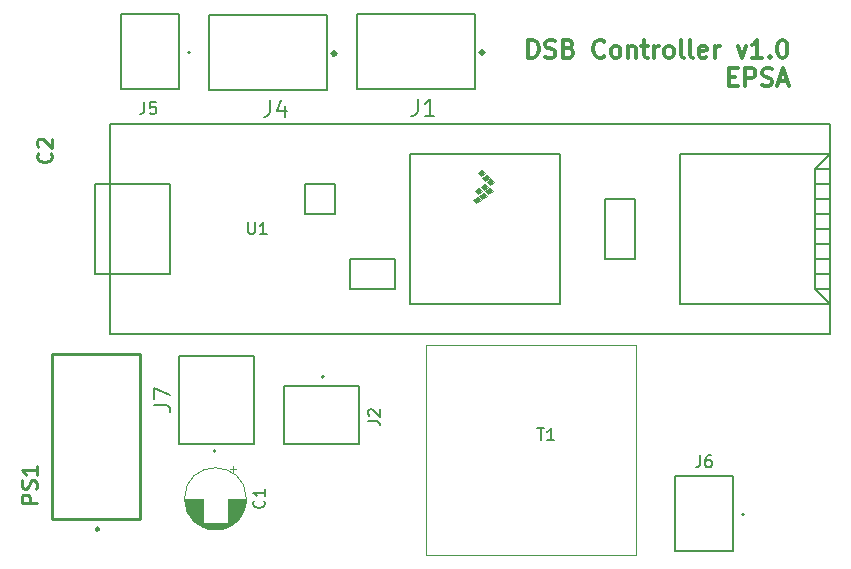
<source format=gbr>
%TF.GenerationSoftware,KiCad,Pcbnew,8.0.2*%
%TF.CreationDate,2024-06-16T16:36:44+02:00*%
%TF.ProjectId,Screen Control,53637265-656e-4204-936f-6e74726f6c2e,rev?*%
%TF.SameCoordinates,Original*%
%TF.FileFunction,Legend,Top*%
%TF.FilePolarity,Positive*%
%FSLAX46Y46*%
G04 Gerber Fmt 4.6, Leading zero omitted, Abs format (unit mm)*
G04 Created by KiCad (PCBNEW 8.0.2) date 2024-06-16 16:36:44*
%MOMM*%
%LPD*%
G01*
G04 APERTURE LIST*
%ADD10C,0.300000*%
%ADD11C,0.150000*%
%ADD12C,0.254000*%
%ADD13C,0.127000*%
%ADD14C,0.200000*%
%ADD15C,0.120000*%
%ADD16C,0.100000*%
G04 APERTURE END LIST*
D10*
X156048748Y-62079712D02*
X156048748Y-60579712D01*
X156048748Y-60579712D02*
X156405891Y-60579712D01*
X156405891Y-60579712D02*
X156620177Y-60651141D01*
X156620177Y-60651141D02*
X156763034Y-60793998D01*
X156763034Y-60793998D02*
X156834463Y-60936855D01*
X156834463Y-60936855D02*
X156905891Y-61222569D01*
X156905891Y-61222569D02*
X156905891Y-61436855D01*
X156905891Y-61436855D02*
X156834463Y-61722569D01*
X156834463Y-61722569D02*
X156763034Y-61865426D01*
X156763034Y-61865426D02*
X156620177Y-62008284D01*
X156620177Y-62008284D02*
X156405891Y-62079712D01*
X156405891Y-62079712D02*
X156048748Y-62079712D01*
X157477320Y-62008284D02*
X157691606Y-62079712D01*
X157691606Y-62079712D02*
X158048748Y-62079712D01*
X158048748Y-62079712D02*
X158191606Y-62008284D01*
X158191606Y-62008284D02*
X158263034Y-61936855D01*
X158263034Y-61936855D02*
X158334463Y-61793998D01*
X158334463Y-61793998D02*
X158334463Y-61651141D01*
X158334463Y-61651141D02*
X158263034Y-61508284D01*
X158263034Y-61508284D02*
X158191606Y-61436855D01*
X158191606Y-61436855D02*
X158048748Y-61365426D01*
X158048748Y-61365426D02*
X157763034Y-61293998D01*
X157763034Y-61293998D02*
X157620177Y-61222569D01*
X157620177Y-61222569D02*
X157548748Y-61151141D01*
X157548748Y-61151141D02*
X157477320Y-61008284D01*
X157477320Y-61008284D02*
X157477320Y-60865426D01*
X157477320Y-60865426D02*
X157548748Y-60722569D01*
X157548748Y-60722569D02*
X157620177Y-60651141D01*
X157620177Y-60651141D02*
X157763034Y-60579712D01*
X157763034Y-60579712D02*
X158120177Y-60579712D01*
X158120177Y-60579712D02*
X158334463Y-60651141D01*
X159477319Y-61293998D02*
X159691605Y-61365426D01*
X159691605Y-61365426D02*
X159763034Y-61436855D01*
X159763034Y-61436855D02*
X159834462Y-61579712D01*
X159834462Y-61579712D02*
X159834462Y-61793998D01*
X159834462Y-61793998D02*
X159763034Y-61936855D01*
X159763034Y-61936855D02*
X159691605Y-62008284D01*
X159691605Y-62008284D02*
X159548748Y-62079712D01*
X159548748Y-62079712D02*
X158977319Y-62079712D01*
X158977319Y-62079712D02*
X158977319Y-60579712D01*
X158977319Y-60579712D02*
X159477319Y-60579712D01*
X159477319Y-60579712D02*
X159620177Y-60651141D01*
X159620177Y-60651141D02*
X159691605Y-60722569D01*
X159691605Y-60722569D02*
X159763034Y-60865426D01*
X159763034Y-60865426D02*
X159763034Y-61008284D01*
X159763034Y-61008284D02*
X159691605Y-61151141D01*
X159691605Y-61151141D02*
X159620177Y-61222569D01*
X159620177Y-61222569D02*
X159477319Y-61293998D01*
X159477319Y-61293998D02*
X158977319Y-61293998D01*
X162477319Y-61936855D02*
X162405891Y-62008284D01*
X162405891Y-62008284D02*
X162191605Y-62079712D01*
X162191605Y-62079712D02*
X162048748Y-62079712D01*
X162048748Y-62079712D02*
X161834462Y-62008284D01*
X161834462Y-62008284D02*
X161691605Y-61865426D01*
X161691605Y-61865426D02*
X161620176Y-61722569D01*
X161620176Y-61722569D02*
X161548748Y-61436855D01*
X161548748Y-61436855D02*
X161548748Y-61222569D01*
X161548748Y-61222569D02*
X161620176Y-60936855D01*
X161620176Y-60936855D02*
X161691605Y-60793998D01*
X161691605Y-60793998D02*
X161834462Y-60651141D01*
X161834462Y-60651141D02*
X162048748Y-60579712D01*
X162048748Y-60579712D02*
X162191605Y-60579712D01*
X162191605Y-60579712D02*
X162405891Y-60651141D01*
X162405891Y-60651141D02*
X162477319Y-60722569D01*
X163334462Y-62079712D02*
X163191605Y-62008284D01*
X163191605Y-62008284D02*
X163120176Y-61936855D01*
X163120176Y-61936855D02*
X163048748Y-61793998D01*
X163048748Y-61793998D02*
X163048748Y-61365426D01*
X163048748Y-61365426D02*
X163120176Y-61222569D01*
X163120176Y-61222569D02*
X163191605Y-61151141D01*
X163191605Y-61151141D02*
X163334462Y-61079712D01*
X163334462Y-61079712D02*
X163548748Y-61079712D01*
X163548748Y-61079712D02*
X163691605Y-61151141D01*
X163691605Y-61151141D02*
X163763034Y-61222569D01*
X163763034Y-61222569D02*
X163834462Y-61365426D01*
X163834462Y-61365426D02*
X163834462Y-61793998D01*
X163834462Y-61793998D02*
X163763034Y-61936855D01*
X163763034Y-61936855D02*
X163691605Y-62008284D01*
X163691605Y-62008284D02*
X163548748Y-62079712D01*
X163548748Y-62079712D02*
X163334462Y-62079712D01*
X164477319Y-61079712D02*
X164477319Y-62079712D01*
X164477319Y-61222569D02*
X164548748Y-61151141D01*
X164548748Y-61151141D02*
X164691605Y-61079712D01*
X164691605Y-61079712D02*
X164905891Y-61079712D01*
X164905891Y-61079712D02*
X165048748Y-61151141D01*
X165048748Y-61151141D02*
X165120177Y-61293998D01*
X165120177Y-61293998D02*
X165120177Y-62079712D01*
X165620177Y-61079712D02*
X166191605Y-61079712D01*
X165834462Y-60579712D02*
X165834462Y-61865426D01*
X165834462Y-61865426D02*
X165905891Y-62008284D01*
X165905891Y-62008284D02*
X166048748Y-62079712D01*
X166048748Y-62079712D02*
X166191605Y-62079712D01*
X166691605Y-62079712D02*
X166691605Y-61079712D01*
X166691605Y-61365426D02*
X166763034Y-61222569D01*
X166763034Y-61222569D02*
X166834463Y-61151141D01*
X166834463Y-61151141D02*
X166977320Y-61079712D01*
X166977320Y-61079712D02*
X167120177Y-61079712D01*
X167834462Y-62079712D02*
X167691605Y-62008284D01*
X167691605Y-62008284D02*
X167620176Y-61936855D01*
X167620176Y-61936855D02*
X167548748Y-61793998D01*
X167548748Y-61793998D02*
X167548748Y-61365426D01*
X167548748Y-61365426D02*
X167620176Y-61222569D01*
X167620176Y-61222569D02*
X167691605Y-61151141D01*
X167691605Y-61151141D02*
X167834462Y-61079712D01*
X167834462Y-61079712D02*
X168048748Y-61079712D01*
X168048748Y-61079712D02*
X168191605Y-61151141D01*
X168191605Y-61151141D02*
X168263034Y-61222569D01*
X168263034Y-61222569D02*
X168334462Y-61365426D01*
X168334462Y-61365426D02*
X168334462Y-61793998D01*
X168334462Y-61793998D02*
X168263034Y-61936855D01*
X168263034Y-61936855D02*
X168191605Y-62008284D01*
X168191605Y-62008284D02*
X168048748Y-62079712D01*
X168048748Y-62079712D02*
X167834462Y-62079712D01*
X169191605Y-62079712D02*
X169048748Y-62008284D01*
X169048748Y-62008284D02*
X168977319Y-61865426D01*
X168977319Y-61865426D02*
X168977319Y-60579712D01*
X169977319Y-62079712D02*
X169834462Y-62008284D01*
X169834462Y-62008284D02*
X169763033Y-61865426D01*
X169763033Y-61865426D02*
X169763033Y-60579712D01*
X171120176Y-62008284D02*
X170977319Y-62079712D01*
X170977319Y-62079712D02*
X170691605Y-62079712D01*
X170691605Y-62079712D02*
X170548747Y-62008284D01*
X170548747Y-62008284D02*
X170477319Y-61865426D01*
X170477319Y-61865426D02*
X170477319Y-61293998D01*
X170477319Y-61293998D02*
X170548747Y-61151141D01*
X170548747Y-61151141D02*
X170691605Y-61079712D01*
X170691605Y-61079712D02*
X170977319Y-61079712D01*
X170977319Y-61079712D02*
X171120176Y-61151141D01*
X171120176Y-61151141D02*
X171191605Y-61293998D01*
X171191605Y-61293998D02*
X171191605Y-61436855D01*
X171191605Y-61436855D02*
X170477319Y-61579712D01*
X171834461Y-62079712D02*
X171834461Y-61079712D01*
X171834461Y-61365426D02*
X171905890Y-61222569D01*
X171905890Y-61222569D02*
X171977319Y-61151141D01*
X171977319Y-61151141D02*
X172120176Y-61079712D01*
X172120176Y-61079712D02*
X172263033Y-61079712D01*
X173763032Y-61079712D02*
X174120175Y-62079712D01*
X174120175Y-62079712D02*
X174477318Y-61079712D01*
X175834461Y-62079712D02*
X174977318Y-62079712D01*
X175405889Y-62079712D02*
X175405889Y-60579712D01*
X175405889Y-60579712D02*
X175263032Y-60793998D01*
X175263032Y-60793998D02*
X175120175Y-60936855D01*
X175120175Y-60936855D02*
X174977318Y-61008284D01*
X176477317Y-61936855D02*
X176548746Y-62008284D01*
X176548746Y-62008284D02*
X176477317Y-62079712D01*
X176477317Y-62079712D02*
X176405889Y-62008284D01*
X176405889Y-62008284D02*
X176477317Y-61936855D01*
X176477317Y-61936855D02*
X176477317Y-62079712D01*
X177477318Y-60579712D02*
X177620175Y-60579712D01*
X177620175Y-60579712D02*
X177763032Y-60651141D01*
X177763032Y-60651141D02*
X177834461Y-60722569D01*
X177834461Y-60722569D02*
X177905889Y-60865426D01*
X177905889Y-60865426D02*
X177977318Y-61151141D01*
X177977318Y-61151141D02*
X177977318Y-61508284D01*
X177977318Y-61508284D02*
X177905889Y-61793998D01*
X177905889Y-61793998D02*
X177834461Y-61936855D01*
X177834461Y-61936855D02*
X177763032Y-62008284D01*
X177763032Y-62008284D02*
X177620175Y-62079712D01*
X177620175Y-62079712D02*
X177477318Y-62079712D01*
X177477318Y-62079712D02*
X177334461Y-62008284D01*
X177334461Y-62008284D02*
X177263032Y-61936855D01*
X177263032Y-61936855D02*
X177191603Y-61793998D01*
X177191603Y-61793998D02*
X177120175Y-61508284D01*
X177120175Y-61508284D02*
X177120175Y-61151141D01*
X177120175Y-61151141D02*
X177191603Y-60865426D01*
X177191603Y-60865426D02*
X177263032Y-60722569D01*
X177263032Y-60722569D02*
X177334461Y-60651141D01*
X177334461Y-60651141D02*
X177477318Y-60579712D01*
X173048746Y-63708914D02*
X173548746Y-63708914D01*
X173763032Y-64494628D02*
X173048746Y-64494628D01*
X173048746Y-64494628D02*
X173048746Y-62994628D01*
X173048746Y-62994628D02*
X173763032Y-62994628D01*
X174405889Y-64494628D02*
X174405889Y-62994628D01*
X174405889Y-62994628D02*
X174977318Y-62994628D01*
X174977318Y-62994628D02*
X175120175Y-63066057D01*
X175120175Y-63066057D02*
X175191604Y-63137485D01*
X175191604Y-63137485D02*
X175263032Y-63280342D01*
X175263032Y-63280342D02*
X175263032Y-63494628D01*
X175263032Y-63494628D02*
X175191604Y-63637485D01*
X175191604Y-63637485D02*
X175120175Y-63708914D01*
X175120175Y-63708914D02*
X174977318Y-63780342D01*
X174977318Y-63780342D02*
X174405889Y-63780342D01*
X175834461Y-64423200D02*
X176048747Y-64494628D01*
X176048747Y-64494628D02*
X176405889Y-64494628D01*
X176405889Y-64494628D02*
X176548747Y-64423200D01*
X176548747Y-64423200D02*
X176620175Y-64351771D01*
X176620175Y-64351771D02*
X176691604Y-64208914D01*
X176691604Y-64208914D02*
X176691604Y-64066057D01*
X176691604Y-64066057D02*
X176620175Y-63923200D01*
X176620175Y-63923200D02*
X176548747Y-63851771D01*
X176548747Y-63851771D02*
X176405889Y-63780342D01*
X176405889Y-63780342D02*
X176120175Y-63708914D01*
X176120175Y-63708914D02*
X175977318Y-63637485D01*
X175977318Y-63637485D02*
X175905889Y-63566057D01*
X175905889Y-63566057D02*
X175834461Y-63423200D01*
X175834461Y-63423200D02*
X175834461Y-63280342D01*
X175834461Y-63280342D02*
X175905889Y-63137485D01*
X175905889Y-63137485D02*
X175977318Y-63066057D01*
X175977318Y-63066057D02*
X176120175Y-62994628D01*
X176120175Y-62994628D02*
X176477318Y-62994628D01*
X176477318Y-62994628D02*
X176691604Y-63066057D01*
X177263032Y-64066057D02*
X177977318Y-64066057D01*
X177120175Y-64494628D02*
X177620175Y-62994628D01*
X177620175Y-62994628D02*
X178120175Y-64494628D01*
D11*
X124341666Y-91506066D02*
X125341666Y-91506066D01*
X125341666Y-91506066D02*
X125541666Y-91572733D01*
X125541666Y-91572733D02*
X125675000Y-91706066D01*
X125675000Y-91706066D02*
X125741666Y-91906066D01*
X125741666Y-91906066D02*
X125741666Y-92039400D01*
X124341666Y-90972733D02*
X124341666Y-90039399D01*
X124341666Y-90039399D02*
X125741666Y-90639399D01*
X142473019Y-92842733D02*
X143187304Y-92842733D01*
X143187304Y-92842733D02*
X143330161Y-92890352D01*
X143330161Y-92890352D02*
X143425400Y-92985590D01*
X143425400Y-92985590D02*
X143473019Y-93128447D01*
X143473019Y-93128447D02*
X143473019Y-93223685D01*
X142568257Y-92414161D02*
X142520638Y-92366542D01*
X142520638Y-92366542D02*
X142473019Y-92271304D01*
X142473019Y-92271304D02*
X142473019Y-92033209D01*
X142473019Y-92033209D02*
X142520638Y-91937971D01*
X142520638Y-91937971D02*
X142568257Y-91890352D01*
X142568257Y-91890352D02*
X142663495Y-91842733D01*
X142663495Y-91842733D02*
X142758733Y-91842733D01*
X142758733Y-91842733D02*
X142901590Y-91890352D01*
X142901590Y-91890352D02*
X143473019Y-92461780D01*
X143473019Y-92461780D02*
X143473019Y-91842733D01*
X134153447Y-65689105D02*
X134153447Y-66689825D01*
X134153447Y-66689825D02*
X134086732Y-66889969D01*
X134086732Y-66889969D02*
X133953303Y-67023399D01*
X133953303Y-67023399D02*
X133753159Y-67090113D01*
X133753159Y-67090113D02*
X133619730Y-67090113D01*
X135421026Y-66156108D02*
X135421026Y-67090113D01*
X135087453Y-65622391D02*
X134753879Y-66623111D01*
X134753879Y-66623111D02*
X135621170Y-66623111D01*
D12*
X114420918Y-99796523D02*
X113150918Y-99796523D01*
X113150918Y-99796523D02*
X113150918Y-99312713D01*
X113150918Y-99312713D02*
X113211394Y-99191761D01*
X113211394Y-99191761D02*
X113271870Y-99131284D01*
X113271870Y-99131284D02*
X113392822Y-99070808D01*
X113392822Y-99070808D02*
X113574251Y-99070808D01*
X113574251Y-99070808D02*
X113695203Y-99131284D01*
X113695203Y-99131284D02*
X113755680Y-99191761D01*
X113755680Y-99191761D02*
X113816156Y-99312713D01*
X113816156Y-99312713D02*
X113816156Y-99796523D01*
X114360442Y-98586999D02*
X114420918Y-98405570D01*
X114420918Y-98405570D02*
X114420918Y-98103189D01*
X114420918Y-98103189D02*
X114360442Y-97982237D01*
X114360442Y-97982237D02*
X114299965Y-97921761D01*
X114299965Y-97921761D02*
X114179013Y-97861284D01*
X114179013Y-97861284D02*
X114058061Y-97861284D01*
X114058061Y-97861284D02*
X113937108Y-97921761D01*
X113937108Y-97921761D02*
X113876632Y-97982237D01*
X113876632Y-97982237D02*
X113816156Y-98103189D01*
X113816156Y-98103189D02*
X113755680Y-98345094D01*
X113755680Y-98345094D02*
X113695203Y-98466046D01*
X113695203Y-98466046D02*
X113634727Y-98526523D01*
X113634727Y-98526523D02*
X113513775Y-98586999D01*
X113513775Y-98586999D02*
X113392822Y-98586999D01*
X113392822Y-98586999D02*
X113271870Y-98526523D01*
X113271870Y-98526523D02*
X113211394Y-98466046D01*
X113211394Y-98466046D02*
X113150918Y-98345094D01*
X113150918Y-98345094D02*
X113150918Y-98042713D01*
X113150918Y-98042713D02*
X113211394Y-97861284D01*
X114420918Y-96651760D02*
X114420918Y-97377475D01*
X114420918Y-97014618D02*
X113150918Y-97014618D01*
X113150918Y-97014618D02*
X113332346Y-97135570D01*
X113332346Y-97135570D02*
X113453299Y-97256522D01*
X113453299Y-97256522D02*
X113513775Y-97377475D01*
D11*
X133649580Y-99591666D02*
X133697200Y-99639285D01*
X133697200Y-99639285D02*
X133744819Y-99782142D01*
X133744819Y-99782142D02*
X133744819Y-99877380D01*
X133744819Y-99877380D02*
X133697200Y-100020237D01*
X133697200Y-100020237D02*
X133601961Y-100115475D01*
X133601961Y-100115475D02*
X133506723Y-100163094D01*
X133506723Y-100163094D02*
X133316247Y-100210713D01*
X133316247Y-100210713D02*
X133173390Y-100210713D01*
X133173390Y-100210713D02*
X132982914Y-100163094D01*
X132982914Y-100163094D02*
X132887676Y-100115475D01*
X132887676Y-100115475D02*
X132792438Y-100020237D01*
X132792438Y-100020237D02*
X132744819Y-99877380D01*
X132744819Y-99877380D02*
X132744819Y-99782142D01*
X132744819Y-99782142D02*
X132792438Y-99639285D01*
X132792438Y-99639285D02*
X132840057Y-99591666D01*
X133744819Y-98639285D02*
X133744819Y-99210713D01*
X133744819Y-98924999D02*
X132744819Y-98924999D01*
X132744819Y-98924999D02*
X132887676Y-99020237D01*
X132887676Y-99020237D02*
X132982914Y-99115475D01*
X132982914Y-99115475D02*
X133030533Y-99210713D01*
D12*
X115591565Y-70145066D02*
X115652042Y-70205542D01*
X115652042Y-70205542D02*
X115712518Y-70386971D01*
X115712518Y-70386971D02*
X115712518Y-70507923D01*
X115712518Y-70507923D02*
X115652042Y-70689352D01*
X115652042Y-70689352D02*
X115531089Y-70810304D01*
X115531089Y-70810304D02*
X115410137Y-70870781D01*
X115410137Y-70870781D02*
X115168232Y-70931257D01*
X115168232Y-70931257D02*
X114986803Y-70931257D01*
X114986803Y-70931257D02*
X114744899Y-70870781D01*
X114744899Y-70870781D02*
X114623946Y-70810304D01*
X114623946Y-70810304D02*
X114502994Y-70689352D01*
X114502994Y-70689352D02*
X114442518Y-70507923D01*
X114442518Y-70507923D02*
X114442518Y-70386971D01*
X114442518Y-70386971D02*
X114502994Y-70205542D01*
X114502994Y-70205542D02*
X114563470Y-70145066D01*
X114563470Y-69661257D02*
X114502994Y-69600781D01*
X114502994Y-69600781D02*
X114442518Y-69479828D01*
X114442518Y-69479828D02*
X114442518Y-69177447D01*
X114442518Y-69177447D02*
X114502994Y-69056495D01*
X114502994Y-69056495D02*
X114563470Y-68996019D01*
X114563470Y-68996019D02*
X114684422Y-68935542D01*
X114684422Y-68935542D02*
X114805375Y-68935542D01*
X114805375Y-68935542D02*
X114986803Y-68996019D01*
X114986803Y-68996019D02*
X115712518Y-69721733D01*
X115712518Y-69721733D02*
X115712518Y-68935542D01*
D11*
X146675647Y-65587505D02*
X146675647Y-66588225D01*
X146675647Y-66588225D02*
X146608932Y-66788369D01*
X146608932Y-66788369D02*
X146475503Y-66921799D01*
X146475503Y-66921799D02*
X146275359Y-66988513D01*
X146275359Y-66988513D02*
X146141930Y-66988513D01*
X148076655Y-66988513D02*
X147276079Y-66988513D01*
X147676367Y-66988513D02*
X147676367Y-65587505D01*
X147676367Y-65587505D02*
X147542938Y-65787649D01*
X147542938Y-65787649D02*
X147409509Y-65921079D01*
X147409509Y-65921079D02*
X147276079Y-65987793D01*
X123539866Y-65850419D02*
X123539866Y-66564704D01*
X123539866Y-66564704D02*
X123492247Y-66707561D01*
X123492247Y-66707561D02*
X123397009Y-66802800D01*
X123397009Y-66802800D02*
X123254152Y-66850419D01*
X123254152Y-66850419D02*
X123158914Y-66850419D01*
X124492247Y-65850419D02*
X124016057Y-65850419D01*
X124016057Y-65850419D02*
X123968438Y-66326609D01*
X123968438Y-66326609D02*
X124016057Y-66278990D01*
X124016057Y-66278990D02*
X124111295Y-66231371D01*
X124111295Y-66231371D02*
X124349390Y-66231371D01*
X124349390Y-66231371D02*
X124444628Y-66278990D01*
X124444628Y-66278990D02*
X124492247Y-66326609D01*
X124492247Y-66326609D02*
X124539866Y-66421847D01*
X124539866Y-66421847D02*
X124539866Y-66659942D01*
X124539866Y-66659942D02*
X124492247Y-66755180D01*
X124492247Y-66755180D02*
X124444628Y-66802800D01*
X124444628Y-66802800D02*
X124349390Y-66850419D01*
X124349390Y-66850419D02*
X124111295Y-66850419D01*
X124111295Y-66850419D02*
X124016057Y-66802800D01*
X124016057Y-66802800D02*
X123968438Y-66755180D01*
X170583266Y-95746219D02*
X170583266Y-96460504D01*
X170583266Y-96460504D02*
X170535647Y-96603361D01*
X170535647Y-96603361D02*
X170440409Y-96698600D01*
X170440409Y-96698600D02*
X170297552Y-96746219D01*
X170297552Y-96746219D02*
X170202314Y-96746219D01*
X171488028Y-95746219D02*
X171297552Y-95746219D01*
X171297552Y-95746219D02*
X171202314Y-95793838D01*
X171202314Y-95793838D02*
X171154695Y-95841457D01*
X171154695Y-95841457D02*
X171059457Y-95984314D01*
X171059457Y-95984314D02*
X171011838Y-96174790D01*
X171011838Y-96174790D02*
X171011838Y-96555742D01*
X171011838Y-96555742D02*
X171059457Y-96650980D01*
X171059457Y-96650980D02*
X171107076Y-96698600D01*
X171107076Y-96698600D02*
X171202314Y-96746219D01*
X171202314Y-96746219D02*
X171392790Y-96746219D01*
X171392790Y-96746219D02*
X171488028Y-96698600D01*
X171488028Y-96698600D02*
X171535647Y-96650980D01*
X171535647Y-96650980D02*
X171583266Y-96555742D01*
X171583266Y-96555742D02*
X171583266Y-96317647D01*
X171583266Y-96317647D02*
X171535647Y-96222409D01*
X171535647Y-96222409D02*
X171488028Y-96174790D01*
X171488028Y-96174790D02*
X171392790Y-96127171D01*
X171392790Y-96127171D02*
X171202314Y-96127171D01*
X171202314Y-96127171D02*
X171107076Y-96174790D01*
X171107076Y-96174790D02*
X171059457Y-96222409D01*
X171059457Y-96222409D02*
X171011838Y-96317647D01*
X156794295Y-93460219D02*
X157365723Y-93460219D01*
X157080009Y-94460219D02*
X157080009Y-93460219D01*
X158222866Y-94460219D02*
X157651438Y-94460219D01*
X157937152Y-94460219D02*
X157937152Y-93460219D01*
X157937152Y-93460219D02*
X157841914Y-93603076D01*
X157841914Y-93603076D02*
X157746676Y-93698314D01*
X157746676Y-93698314D02*
X157651438Y-93745933D01*
X132308695Y-76010419D02*
X132308695Y-76819942D01*
X132308695Y-76819942D02*
X132356314Y-76915180D01*
X132356314Y-76915180D02*
X132403933Y-76962800D01*
X132403933Y-76962800D02*
X132499171Y-77010419D01*
X132499171Y-77010419D02*
X132689647Y-77010419D01*
X132689647Y-77010419D02*
X132784885Y-76962800D01*
X132784885Y-76962800D02*
X132832504Y-76915180D01*
X132832504Y-76915180D02*
X132880123Y-76819942D01*
X132880123Y-76819942D02*
X132880123Y-76010419D01*
X133880123Y-77010419D02*
X133308695Y-77010419D01*
X133594409Y-77010419D02*
X133594409Y-76010419D01*
X133594409Y-76010419D02*
X133499171Y-76153276D01*
X133499171Y-76153276D02*
X133403933Y-76248514D01*
X133403933Y-76248514D02*
X133308695Y-76296133D01*
D13*
%TO.C,J7*%
X126490800Y-87349400D02*
X126490800Y-94819400D01*
X126490800Y-94819400D02*
X132840800Y-94819400D01*
X132840800Y-87349400D02*
X126490800Y-87349400D01*
X132840800Y-94819400D02*
X132840800Y-87349400D01*
D14*
X129590800Y-95384400D02*
G75*
G02*
X129390800Y-95384400I-100000J0D01*
G01*
X129390800Y-95384400D02*
G75*
G02*
X129590800Y-95384400I100000J0D01*
G01*
D13*
%TO.C,J2*%
X135383200Y-89889400D02*
X141733200Y-89889400D01*
X135383200Y-94819400D02*
X135383200Y-89889400D01*
X141733200Y-89889400D02*
X141733200Y-94819400D01*
X141733200Y-94819400D02*
X135383200Y-94819400D01*
D14*
X138733200Y-89084400D02*
G75*
G02*
X138533200Y-89084400I-100000J0D01*
G01*
X138533200Y-89084400D02*
G75*
G02*
X138733200Y-89084400I100000J0D01*
G01*
D13*
%TO.C,J4*%
X128980000Y-58497400D02*
X138990000Y-58497400D01*
X128980000Y-64847400D02*
X128980000Y-58497400D01*
X138990000Y-58497400D02*
X138990000Y-64847400D01*
X138990000Y-64847400D02*
X128980000Y-64847400D01*
D10*
X139726419Y-61747400D02*
G75*
G02*
X139443581Y-61747400I-141419J0D01*
G01*
X139443581Y-61747400D02*
G75*
G02*
X139726419Y-61747400I141419J0D01*
G01*
D12*
%TO.C,PS1*%
X115671600Y-87168200D02*
X123171600Y-87168200D01*
X115671600Y-101168200D02*
X115671600Y-87168200D01*
X123171600Y-87168200D02*
X123171600Y-101168200D01*
X123171600Y-101168200D02*
X115671600Y-101168200D01*
X119680960Y-102010200D02*
G75*
G02*
X119454240Y-102010200I-113360J0D01*
G01*
X119454240Y-102010200D02*
G75*
G02*
X119680960Y-102010200I113360J0D01*
G01*
D15*
%TO.C,C1*%
X128500000Y-99425000D02*
X126960000Y-99425000D01*
X128500000Y-99465000D02*
X126960000Y-99465000D01*
X128500000Y-99505000D02*
X126961000Y-99505000D01*
X128500000Y-99545000D02*
X126962000Y-99545000D01*
X128500000Y-99585000D02*
X126964000Y-99585000D01*
X128500000Y-99625000D02*
X126967000Y-99625000D01*
X128500000Y-99665000D02*
X126971000Y-99665000D01*
X128500000Y-99705000D02*
X126975000Y-99705000D01*
X128500000Y-99745000D02*
X126979000Y-99745000D01*
X128500000Y-99785000D02*
X126984000Y-99785000D01*
X128500000Y-99825000D02*
X126990000Y-99825000D01*
X128500000Y-99865000D02*
X126997000Y-99865000D01*
X128500000Y-99905000D02*
X127004000Y-99905000D01*
X128500000Y-99945000D02*
X127012000Y-99945000D01*
X128500000Y-99985000D02*
X127020000Y-99985000D01*
X128500000Y-100025000D02*
X127029000Y-100025000D01*
X128500000Y-100065000D02*
X127039000Y-100065000D01*
X128500000Y-100105000D02*
X127049000Y-100105000D01*
X128500000Y-100146000D02*
X127060000Y-100146000D01*
X128500000Y-100186000D02*
X127072000Y-100186000D01*
X128500000Y-100226000D02*
X127085000Y-100226000D01*
X128500000Y-100266000D02*
X127098000Y-100266000D01*
X128500000Y-100306000D02*
X127112000Y-100306000D01*
X128500000Y-100346000D02*
X127126000Y-100346000D01*
X128500000Y-100386000D02*
X127142000Y-100386000D01*
X128500000Y-100426000D02*
X127158000Y-100426000D01*
X128500000Y-100466000D02*
X127175000Y-100466000D01*
X128500000Y-100506000D02*
X127192000Y-100506000D01*
X128500000Y-100546000D02*
X127211000Y-100546000D01*
X128500000Y-100586000D02*
X127230000Y-100586000D01*
X128500000Y-100626000D02*
X127250000Y-100626000D01*
X128500000Y-100666000D02*
X127272000Y-100666000D01*
X128500000Y-100706000D02*
X127293000Y-100706000D01*
X128500000Y-100746000D02*
X127316000Y-100746000D01*
X128500000Y-100786000D02*
X127340000Y-100786000D01*
X128500000Y-100826000D02*
X127365000Y-100826000D01*
X128500000Y-100866000D02*
X127391000Y-100866000D01*
X128500000Y-100906000D02*
X127418000Y-100906000D01*
X128500000Y-100946000D02*
X127445000Y-100946000D01*
X128500000Y-100986000D02*
X127475000Y-100986000D01*
X128500000Y-101026000D02*
X127505000Y-101026000D01*
X128500000Y-101066000D02*
X127536000Y-101066000D01*
X128500000Y-101106000D02*
X127569000Y-101106000D01*
X128500000Y-101146000D02*
X127603000Y-101146000D01*
X128500000Y-101186000D02*
X127639000Y-101186000D01*
X128500000Y-101226000D02*
X127676000Y-101226000D01*
X128500000Y-101266000D02*
X127714000Y-101266000D01*
X128500000Y-101306000D02*
X127755000Y-101306000D01*
X128500000Y-101346000D02*
X127797000Y-101346000D01*
X128500000Y-101386000D02*
X127841000Y-101386000D01*
X128500000Y-101426000D02*
X127887000Y-101426000D01*
X129824000Y-102026000D02*
X129256000Y-102026000D01*
X130058000Y-101986000D02*
X129022000Y-101986000D01*
X130217000Y-101946000D02*
X128863000Y-101946000D01*
X130345000Y-101906000D02*
X128735000Y-101906000D01*
X130455000Y-101866000D02*
X128625000Y-101866000D01*
X130551000Y-101826000D02*
X128529000Y-101826000D01*
X130638000Y-101786000D02*
X128442000Y-101786000D01*
X130718000Y-101746000D02*
X128362000Y-101746000D01*
X130791000Y-101706000D02*
X128289000Y-101706000D01*
X130859000Y-101666000D02*
X128221000Y-101666000D01*
X130923000Y-101626000D02*
X128157000Y-101626000D01*
X130983000Y-101586000D02*
X128097000Y-101586000D01*
X131015000Y-96620225D02*
X131015000Y-97120225D01*
X131040000Y-101546000D02*
X128040000Y-101546000D01*
X131094000Y-101506000D02*
X127986000Y-101506000D01*
X131145000Y-101466000D02*
X127935000Y-101466000D01*
X131193000Y-101426000D02*
X130580000Y-101426000D01*
X131239000Y-101386000D02*
X130580000Y-101386000D01*
X131265000Y-96870225D02*
X130765000Y-96870225D01*
X131283000Y-101346000D02*
X130580000Y-101346000D01*
X131325000Y-101306000D02*
X130580000Y-101306000D01*
X131366000Y-101266000D02*
X130580000Y-101266000D01*
X131404000Y-101226000D02*
X130580000Y-101226000D01*
X131441000Y-101186000D02*
X130580000Y-101186000D01*
X131477000Y-101146000D02*
X130580000Y-101146000D01*
X131511000Y-101106000D02*
X130580000Y-101106000D01*
X131544000Y-101066000D02*
X130580000Y-101066000D01*
X131575000Y-101026000D02*
X130580000Y-101026000D01*
X131605000Y-100986000D02*
X130580000Y-100986000D01*
X131635000Y-100946000D02*
X130580000Y-100946000D01*
X131662000Y-100906000D02*
X130580000Y-100906000D01*
X131689000Y-100866000D02*
X130580000Y-100866000D01*
X131715000Y-100826000D02*
X130580000Y-100826000D01*
X131740000Y-100786000D02*
X130580000Y-100786000D01*
X131764000Y-100746000D02*
X130580000Y-100746000D01*
X131787000Y-100706000D02*
X130580000Y-100706000D01*
X131808000Y-100666000D02*
X130580000Y-100666000D01*
X131830000Y-100626000D02*
X130580000Y-100626000D01*
X131850000Y-100586000D02*
X130580000Y-100586000D01*
X131869000Y-100546000D02*
X130580000Y-100546000D01*
X131888000Y-100506000D02*
X130580000Y-100506000D01*
X131905000Y-100466000D02*
X130580000Y-100466000D01*
X131922000Y-100426000D02*
X130580000Y-100426000D01*
X131938000Y-100386000D02*
X130580000Y-100386000D01*
X131954000Y-100346000D02*
X130580000Y-100346000D01*
X131968000Y-100306000D02*
X130580000Y-100306000D01*
X131982000Y-100266000D02*
X130580000Y-100266000D01*
X131995000Y-100226000D02*
X130580000Y-100226000D01*
X132008000Y-100186000D02*
X130580000Y-100186000D01*
X132020000Y-100146000D02*
X130580000Y-100146000D01*
X132031000Y-100105000D02*
X130580000Y-100105000D01*
X132041000Y-100065000D02*
X130580000Y-100065000D01*
X132051000Y-100025000D02*
X130580000Y-100025000D01*
X132060000Y-99985000D02*
X130580000Y-99985000D01*
X132068000Y-99945000D02*
X130580000Y-99945000D01*
X132076000Y-99905000D02*
X130580000Y-99905000D01*
X132083000Y-99865000D02*
X130580000Y-99865000D01*
X132090000Y-99825000D02*
X130580000Y-99825000D01*
X132096000Y-99785000D02*
X130580000Y-99785000D01*
X132101000Y-99745000D02*
X130580000Y-99745000D01*
X132105000Y-99705000D02*
X130580000Y-99705000D01*
X132109000Y-99665000D02*
X130580000Y-99665000D01*
X132113000Y-99625000D02*
X130580000Y-99625000D01*
X132116000Y-99585000D02*
X130580000Y-99585000D01*
X132118000Y-99545000D02*
X130580000Y-99545000D01*
X132119000Y-99505000D02*
X130580000Y-99505000D01*
X132120000Y-99425000D02*
X130580000Y-99425000D01*
X132120000Y-99465000D02*
X130580000Y-99465000D01*
X132160000Y-99425000D02*
G75*
G02*
X126920000Y-99425000I-2620000J0D01*
G01*
X126920000Y-99425000D02*
G75*
G02*
X132160000Y-99425000I2620000J0D01*
G01*
D13*
%TO.C,J1*%
X141502200Y-58395800D02*
X151512200Y-58395800D01*
X141502200Y-64745800D02*
X141502200Y-58395800D01*
X151512200Y-58395800D02*
X151512200Y-64745800D01*
X151512200Y-64745800D02*
X141502200Y-64745800D01*
D10*
X152248619Y-61645800D02*
G75*
G02*
X151965781Y-61645800I-141419J0D01*
G01*
X151965781Y-61645800D02*
G75*
G02*
X152248619Y-61645800I141419J0D01*
G01*
D13*
%TO.C,J5*%
X121563200Y-58395800D02*
X126493200Y-58395800D01*
X121563200Y-64745800D02*
X121563200Y-58395800D01*
X126493200Y-58395800D02*
X126493200Y-64745800D01*
X126493200Y-64745800D02*
X121563200Y-64745800D01*
D14*
X127398200Y-61645800D02*
G75*
G02*
X127198200Y-61645800I-100000J0D01*
G01*
X127198200Y-61645800D02*
G75*
G02*
X127398200Y-61645800I100000J0D01*
G01*
D13*
%TO.C,J6*%
X168477000Y-97511800D02*
X173407000Y-97511800D01*
X168477000Y-103861800D02*
X168477000Y-97511800D01*
X173407000Y-97511800D02*
X173407000Y-103861800D01*
X173407000Y-103861800D02*
X168477000Y-103861800D01*
D14*
X174312000Y-100761800D02*
G75*
G02*
X174112000Y-100761800I-100000J0D01*
G01*
X174112000Y-100761800D02*
G75*
G02*
X174312000Y-100761800I100000J0D01*
G01*
%TO.C,T1*%
D15*
X147396200Y-86385400D02*
X165176200Y-86385400D01*
X165176200Y-104165400D01*
X147396200Y-104165400D01*
X147396200Y-86385400D01*
D11*
%TO.C,U1*%
X119368581Y-72740000D02*
X120638581Y-72740000D01*
X119368581Y-80360000D02*
X119368581Y-72740000D01*
X120638581Y-80360000D02*
X119368581Y-80360000D01*
X120638581Y-85440000D02*
X120638581Y-67660000D01*
X120638581Y-85440000D02*
X181598581Y-85440000D01*
X125718581Y-72740000D02*
X120638581Y-72740000D01*
X125718581Y-80360000D02*
X120638581Y-80360000D01*
X125718581Y-80360000D02*
X125718581Y-72740000D01*
X137148581Y-72740000D02*
X137148581Y-75280000D01*
X137148581Y-75280000D02*
X139688581Y-75280000D01*
X139688581Y-72740000D02*
X137148581Y-72740000D01*
X139688581Y-75280000D02*
X139688581Y-72740000D01*
X140958581Y-79090000D02*
X144768581Y-79090000D01*
X140958581Y-81630000D02*
X140958581Y-79090000D01*
X144768581Y-79090000D02*
X144768581Y-81630000D01*
X144768581Y-81630000D02*
X140958581Y-81630000D01*
X146038581Y-70200000D02*
X146038581Y-82900000D01*
X146038581Y-70200000D02*
X158738581Y-70200000D01*
X146038581Y-82900000D02*
X158738581Y-82900000D01*
X158738581Y-82900000D02*
X158738581Y-70200000D01*
X162548581Y-74010000D02*
X165088581Y-74010000D01*
X162548581Y-79090000D02*
X162548581Y-74010000D01*
X165088581Y-74010000D02*
X165088581Y-79090000D01*
X165088581Y-79090000D02*
X162548581Y-79090000D01*
X168898581Y-70200000D02*
X168898581Y-82900000D01*
X168898581Y-82900000D02*
X181598581Y-82900000D01*
X180328581Y-71470000D02*
X181598581Y-70200000D01*
X180328581Y-71470000D02*
X181598581Y-71470000D01*
X180328581Y-72740000D02*
X181598581Y-72740000D01*
X180328581Y-74010000D02*
X181598581Y-74010000D01*
X180328581Y-75280000D02*
X181598581Y-75280000D01*
X180328581Y-76550000D02*
X181598581Y-76550000D01*
X180328581Y-77820000D02*
X181598581Y-77820000D01*
X180328581Y-79090000D02*
X181598581Y-79090000D01*
X180328581Y-80360000D02*
X181598581Y-80360000D01*
X180328581Y-81630000D02*
X180328581Y-71470000D01*
X180328581Y-81630000D02*
X181598581Y-81630000D01*
X181598581Y-67660000D02*
X120638581Y-67660000D01*
X181598581Y-67660000D02*
X181598581Y-85440000D01*
X181598581Y-70200000D02*
X168898581Y-70200000D01*
X181598581Y-82900000D02*
X180328581Y-81630000D01*
D16*
X152007581Y-74137000D02*
X151626581Y-74391000D01*
X151372581Y-74137000D01*
X151753581Y-73883000D01*
X152007581Y-74137000D01*
G36*
X152007581Y-74137000D02*
G01*
X151626581Y-74391000D01*
X151372581Y-74137000D01*
X151753581Y-73883000D01*
X152007581Y-74137000D01*
G37*
X152134581Y-73375000D02*
X151753581Y-73629000D01*
X151499581Y-73375000D01*
X151880581Y-73121000D01*
X152134581Y-73375000D01*
G36*
X152134581Y-73375000D02*
G01*
X151753581Y-73629000D01*
X151499581Y-73375000D01*
X151880581Y-73121000D01*
X152134581Y-73375000D01*
G37*
X152388581Y-71851000D02*
X152007581Y-72105000D01*
X151753581Y-71851000D01*
X152134581Y-71597000D01*
X152388581Y-71851000D01*
G36*
X152388581Y-71851000D02*
G01*
X152007581Y-72105000D01*
X151753581Y-71851000D01*
X152134581Y-71597000D01*
X152388581Y-71851000D01*
G37*
X152515581Y-73756000D02*
X152134581Y-74010000D01*
X151880581Y-73756000D01*
X152261581Y-73502000D01*
X152515581Y-73756000D01*
G36*
X152515581Y-73756000D02*
G01*
X152134581Y-74010000D01*
X151880581Y-73756000D01*
X152261581Y-73502000D01*
X152515581Y-73756000D01*
G37*
X152642581Y-72994000D02*
X152261581Y-73248000D01*
X152007581Y-72994000D01*
X152388581Y-72740000D01*
X152642581Y-72994000D01*
G36*
X152642581Y-72994000D02*
G01*
X152261581Y-73248000D01*
X152007581Y-72994000D01*
X152388581Y-72740000D01*
X152642581Y-72994000D01*
G37*
X152769581Y-72232000D02*
X152388581Y-72486000D01*
X152134581Y-72232000D01*
X152515581Y-71978000D01*
X152769581Y-72232000D01*
G36*
X152769581Y-72232000D02*
G01*
X152388581Y-72486000D01*
X152134581Y-72232000D01*
X152515581Y-71978000D01*
X152769581Y-72232000D01*
G37*
X153023581Y-73375000D02*
X152642581Y-73629000D01*
X152388581Y-73375000D01*
X152769581Y-73121000D01*
X153023581Y-73375000D01*
G36*
X153023581Y-73375000D02*
G01*
X152642581Y-73629000D01*
X152388581Y-73375000D01*
X152769581Y-73121000D01*
X153023581Y-73375000D01*
G37*
X153150581Y-72613000D02*
X152769581Y-72867000D01*
X152515581Y-72613000D01*
X152896581Y-72359000D01*
X153150581Y-72613000D01*
G36*
X153150581Y-72613000D02*
G01*
X152769581Y-72867000D01*
X152515581Y-72613000D01*
X152896581Y-72359000D01*
X153150581Y-72613000D01*
G37*
%TD*%
M02*

</source>
